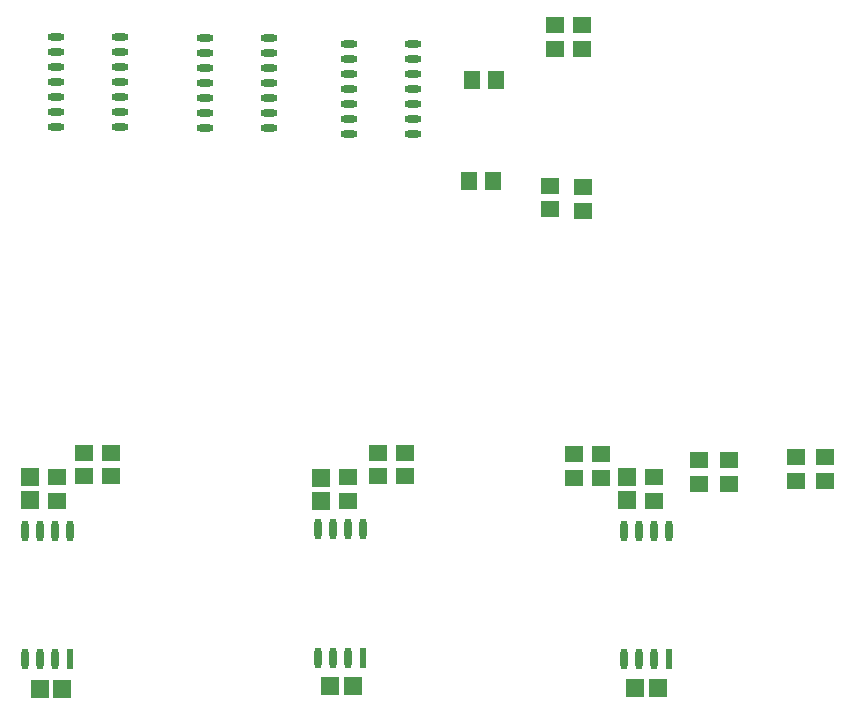
<source format=gbp>
G04 Layer_Color=128*
%FSLAX25Y25*%
%MOIN*%
G70*
G01*
G75*
%ADD10R,0.06299X0.05905*%
%ADD11R,0.05512X0.05905*%
%ADD12R,0.05905X0.05512*%
%ADD13R,0.05905X0.06299*%
%ADD28O,0.02362X0.07087*%
%ADD29R,0.02362X0.07087*%
%ADD30O,0.05709X0.02362*%
D10*
X231000Y127260D02*
D03*
Y134740D02*
D03*
X32000Y127260D02*
D03*
Y134740D02*
D03*
X129000Y126977D02*
D03*
Y134458D02*
D03*
D11*
X187330Y267000D02*
D03*
X179456D02*
D03*
X186437Y233500D02*
D03*
X178563D02*
D03*
D12*
X287500Y133563D02*
D03*
Y141437D02*
D03*
X297000Y141437D02*
D03*
Y133563D02*
D03*
X255000Y132563D02*
D03*
Y140437D02*
D03*
X265000Y140437D02*
D03*
Y132563D02*
D03*
X240000Y126922D02*
D03*
Y134796D02*
D03*
X41000Y126922D02*
D03*
Y134796D02*
D03*
X138000Y126922D02*
D03*
Y134796D02*
D03*
X148000Y142937D02*
D03*
Y135063D02*
D03*
X157000Y135063D02*
D03*
Y142937D02*
D03*
X50000Y142937D02*
D03*
Y135063D02*
D03*
X59000Y135063D02*
D03*
Y142937D02*
D03*
X222500Y142437D02*
D03*
Y134563D02*
D03*
X213500Y134563D02*
D03*
Y142437D02*
D03*
X207000Y277563D02*
D03*
Y285437D02*
D03*
X205500Y231937D02*
D03*
Y224063D02*
D03*
X216000Y277563D02*
D03*
Y285437D02*
D03*
X216500Y231437D02*
D03*
Y223563D02*
D03*
D13*
X233760Y64500D02*
D03*
X241240D02*
D03*
X35260Y64000D02*
D03*
X42740D02*
D03*
X132197Y65000D02*
D03*
X139677D02*
D03*
D28*
X230000Y116913D02*
D03*
X235000D02*
D03*
X240000D02*
D03*
X245000D02*
D03*
X230000Y74000D02*
D03*
X235000D02*
D03*
X240000D02*
D03*
X30500Y116913D02*
D03*
X35500D02*
D03*
X40500D02*
D03*
X45500D02*
D03*
X30500Y74000D02*
D03*
X35500D02*
D03*
X40500D02*
D03*
X127937Y117413D02*
D03*
X132937D02*
D03*
X137937D02*
D03*
X142937D02*
D03*
X127937Y74500D02*
D03*
X132937D02*
D03*
X137937D02*
D03*
D29*
X245000Y74000D02*
D03*
X45500D02*
D03*
X142937Y74500D02*
D03*
D30*
X138243Y249000D02*
D03*
Y254000D02*
D03*
Y259000D02*
D03*
Y264000D02*
D03*
Y269000D02*
D03*
Y274000D02*
D03*
Y279000D02*
D03*
X159700Y249000D02*
D03*
Y254000D02*
D03*
Y259000D02*
D03*
Y264000D02*
D03*
Y269000D02*
D03*
Y274000D02*
D03*
Y279000D02*
D03*
X90243Y251100D02*
D03*
Y256100D02*
D03*
Y261100D02*
D03*
Y266100D02*
D03*
Y271100D02*
D03*
Y276100D02*
D03*
Y281100D02*
D03*
X111700Y251100D02*
D03*
Y256100D02*
D03*
Y261100D02*
D03*
Y266100D02*
D03*
Y271100D02*
D03*
Y276100D02*
D03*
Y281100D02*
D03*
X40743Y251500D02*
D03*
Y256500D02*
D03*
Y261500D02*
D03*
Y266500D02*
D03*
Y271500D02*
D03*
Y276500D02*
D03*
Y281500D02*
D03*
X62200Y251500D02*
D03*
Y256500D02*
D03*
Y261500D02*
D03*
Y266500D02*
D03*
Y271500D02*
D03*
Y276500D02*
D03*
Y281500D02*
D03*
M02*

</source>
